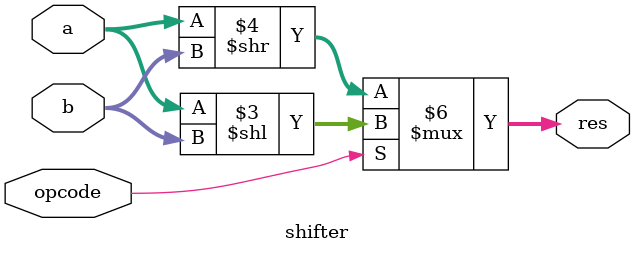
<source format=v>
`timescale 1ns / 1ps


module shifter(
	input opcode,
	input [7:0] a,
	input [7:0] b,
	output reg [7:0] res
    );

always@(a, b, opcode) begin
	if (opcode == 1) res <= a << b;
	else res <= a >> b;
end

endmodule

</source>
